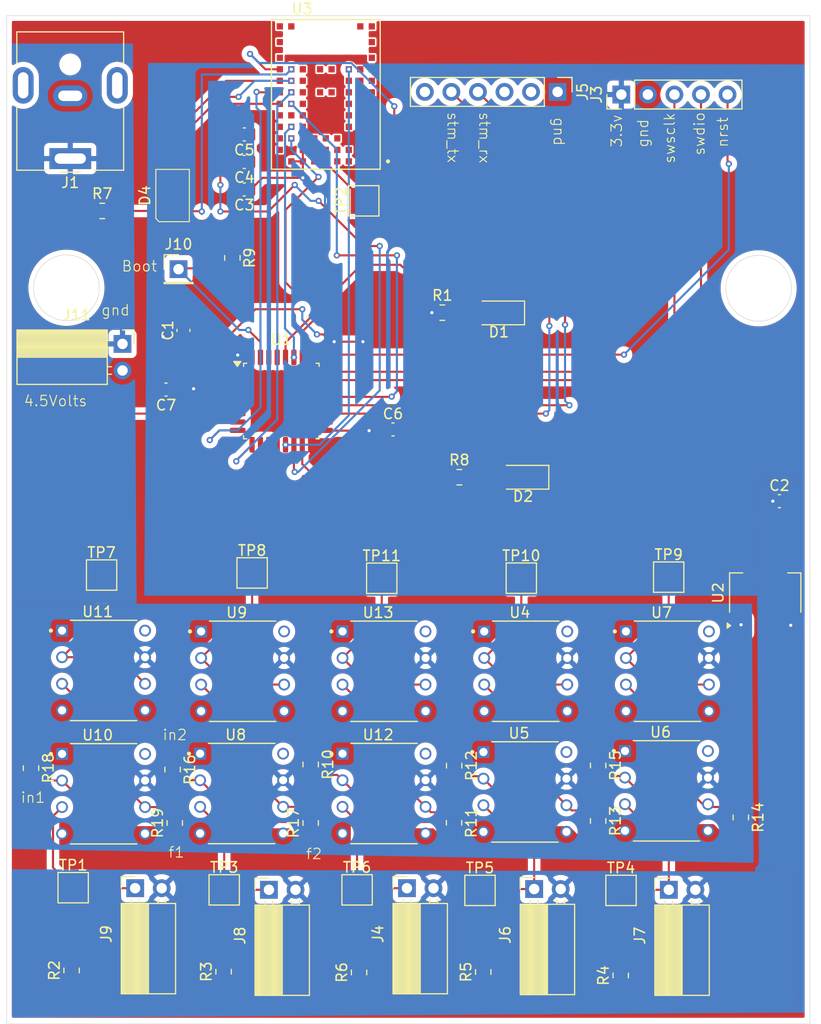
<source format=kicad_pcb>
(kicad_pcb (version 20241229) (generator "pcbnew") (generator_version "9.0")
  (layers (0 "F.Cu" signal) (2 "B.Cu" signal) (13 "F.Paste" user) (15 "B.Paste" user) (5 "F.SilkS" user "F.Silkscreen") (7 "B.SilkS" user "B.Silkscreen") (1 "F.Mask" user) (3 "B.Mask" user) (25 "Edge.Cuts" user))
  (net 0 "")
  (net 1 "Net-(D1-A)")
  (net 2 "SWSCLK")
  (net 5 "+5V")
  (net 9 "Finger3")
  (net 10 "Switch2")
  (net 12 "Net-(D4-A)")
  (net 13 "BlueLED")
  (net 15 "NRST")
  (net 16 "Finger1")
  (net 17 "Finger5")
  (net 19 "TX")
  (net 20 "Finger2")
  (net 21 "RX")
  (net 22 "SWDIO")
  (net 23 "Finger4")
  (net 26 "gnd")
  (net 32 "RedLED")
  (net 34 "DEBUG_TX")
  (net 39 "GPIO_J9")
  (net 58 "Net-(U1-PA7)")
  (net 59 "Switch1")
  (net 73 "+3.3V")
  (net 81 "debuging_tx")
  (net 88 "debuging_rx")
  (net 89 "Net-(D2-A)")
  (net 90 "Net-(U1-PB1)")
  (net 91 "UART_RTS->BoardCTS")
  (net 92 "UART_CTS->BoardRTS")
  (net 93 "GreenLED")
  (net 94 "BootPin")
  (net 95 "Net-(U4-IN+)")
  (net 96 "Net-(U6-OUT)")
  (net 97 "Net-(U8-OUT)")
  (net 98 "Net-(U10-OUT)")
  (net 99 "Net-(U12-OUT)")
  (net 100 "Sensor1")
  (net 101 "Sensor2")
  (net 102 "Sensor3")
  (net 103 "Sensor4")
  (net 104 "Sensor5")
  (net 105 "Net-(U12-IN-)")
  (net 106 "Net-(U5-IN-)")
  (net 107 "Net-(U6-IN-)")
  (net 108 "Net-(U8-IN-)")
  (net 109 "Net-(U10-IN-)")
  (footprint "Connector_PinSocket_2.54mm:PinSocket_1x02_P2.54mm_Horizontal" (layer "F.Cu") (at 123.01 131.88 90)
    (property "Reference" "J8")
    (property "Value" "Conn_01x02_Socket")
  )
  (footprint "Connector_PinHeader_2.54mm:PinHeader_1x05_P2.54mm_Vertical" (layer "F.Cu") (at 156.718 55.88 90)
    (property "Reference" "J3")
    (property "Value" "Conn_01x05_Pin")
  )
  (footprint "Connector_PinHeader_2.54mm:PinHeader_1x06_P2.54mm_Vertical" (layer "F.Cu") (at 150.622 55.626 -90)
    (property "Reference" "J5")
    (property "Value" "Conn_01x06_Socket" (hide yes))
  )
  (footprint "Resistor_SMD:R_0805_2012Metric_Pad1.20x1.40mm_HandSolder" (layer "F.Cu") (at 156.66 140.07 90)
    (property "Reference" "R4")
    (property "Value" "R")
  )
  (footprint "Connector_PinSocket_2.54mm:PinSocket_1x02_P2.54mm_Horizontal" (layer "F.Cu") (at 109 79.71)
    (property "Reference" "J11")
    (property "Value" "Conn_01x02_Socket")
  )
  (footprint "Resistor_SMD:R_0805_2012Metric_Pad1.20x1.40mm_HandSolder" (layer "F.Cu") (at 118.67 139.71 90)
    (property "Reference" "R3")
    (property "Value" "R")
  )
  (footprint "TestPoint:TestPoint_Pad_2.5x2.5mm" (layer "F.Cu") (at 121.4 101.6)
    (property "Reference" "TP8")
    (property "Value" "TestPoint")
  )
  (footprint "TestPoint:TestPoint_Pad_2.5x2.5mm" (layer "F.Cu") (at 143.2 131.94)
    (property "Reference" "TP5")
    (property "Value" "TestPoint")
  )
  (footprint "TestPoint:TestPoint_Pad_2.5x2.5mm" (layer "F.Cu") (at 156.69 131.94)
    (property "Reference" "TP4")
    (property "Value" "TestPoint")
  )
  (footprint "Resistor_SMD:R_0805_2012Metric_Pad1.20x1.40mm_HandSolder" (layer "F.Cu") (at 114 125.5 90)
    (property "Reference" "R19")
    (property "Value" "R")
  )
  (footprint "Capacitor_SMD:C_0504_1310Metric_Pad0.83x1.28mm_HandSolder" (layer "F.Cu") (at 120.65 59.69 180)
    (property "Reference" "C5")
    (property "Value" ".1u")
  )
  (footprint "Package_QFP:LQFP-32_7x7mm_P0.8mm" (layer "F.Cu") (at 124.1966 85.1724)
    (property "Reference" "U1")
    (property "Value" "STM32L031K6Tx")
  )
  (footprint "Connector_PinHeader_2.54mm:PinHeader_1x01_P2.54mm_Vertical" (layer "F.Cu") (at 114.36 72.57)
    (property "Reference" "J10")
    (property "Value" "Conn_01x01_Pin")
  )
  (footprint "Connector_PinSocket_2.54mm:PinSocket_1x02_P2.54mm_Horizontal" (layer "F.Cu") (at 110.21 131.73 90)
    (property "Reference" "J9")
    (property "Value" "Conn_01x02_Socket")
  )
  (footprint "Resistor_SMD:R_0805_2012Metric_Pad1.20x1.40mm_HandSolder" (layer "F.Cu") (at 139.5947 76.7246)
    (property "Reference" "R1")
    (property "Value" "270")
  )
  (footprint "Resistor_SMD:R_0805_2012Metric_Pad1.20x1.40mm_HandSolder" (layer "F.Cu") (at 104.13 139.59 90)
    (property "Reference" "R2")
    (property "Value" "R")
  )
  (footprint "TestPoint:TestPoint_Pad_2.5x2.5mm" (layer "F.Cu") (at 132.08 66.04 90)
    (property "Reference" "TP2")
    (property "Value" "TestPoint")
  )
  (footprint "TestPoint:TestPoint_Pad_2.5x2.5mm" (layer "F.Cu") (at 131.44 131.89)
    (property "Reference" "TP6")
    (property "Value" "TestPoint")
  )
  (footprint "Resistor_SMD:R_0805_2012Metric_Pad1.20x1.40mm_HandSolder" (layer "F.Cu") (at 100.25 120.25 -90)
    (property "Reference" "R18")
    (property "Value" "R")
  )
  (footprint "TL071CP:DIP794W45P254L959H508Q8" (layer "F.Cu") (at 161.13 110.998)
    (property "Reference" "U7")
    (property "Value" "TL071CP")
  )
  (footprint "LED_SMD:LED_Avago_PLCC4_3.2x2.8mm_CW" (layer "F.Cu") (at 113.792 65.532 90)
    (property "Reference" "D4")
    (property "Value" "ASMB-MTB0-0A3A2")
  )
  (footprint "TestPoint:TestPoint_Pad_2.5x2.5mm" (layer "F.Cu") (at 161.25 102)
    (property "Reference" "TP9")
    (property "Value" "TestPoint")
  )
  (footprint "Resistor_SMD:R_0805_2012Metric_Pad1.20x1.40mm_HandSolder" (layer "F.Cu") (at 113.792 120.396 -90)
    (property "Reference" "R16")
    (property "Value" "R")
  )
  (footprint "TL071CP:DIP794W45P254L959H508Q8" (layer "F.Cu") (at 120.49 110.998)
    (property "Reference" "U9")
    (property "Value" "TL071CP")
  )
  (footprint "Capacitor_SMD:C_0504_1310Metric_Pad0.83x1.28mm_HandSolder" (layer "F.Cu") (at 113.1645 84.074 180)
    (property "Reference" "C7")
    (property "Value" ".1u")
  )
  (footprint "TL071CP:DIP794W45P254L959H508Q8" (layer "F.Cu") (at 161.036 122.428)
    (property "Reference" "U6")
    (property "Value" "TL071CP")
  )
  (footprint "Resistor_SMD:R_0805_2012Metric_Pad1.20x1.40mm_HandSolder" (layer "F.Cu") (at 154.5 120 -90)
    (property "Reference" "R15")
    (property "Value" "R")
  )
  (footprint "Connector_PinSocket_2.54mm:PinSocket_1x02_P2.54mm_Horizontal" (layer "F.Cu") (at 136.21 131.73 90)
    (property "Reference" "J4")
    (property "Value" "Conn_01x02_Socket")
  )
  (footprint "Resistor_SMD:R_0805_2012Metric_Pad1.20x1.40mm_HandSolder" (layer "F.Cu") (at 140.716 125.476 -90)
    (property "Reference" "R11")
    (property "Value" "R")
  )
  (footprint "LED_SMD:LED_1206_3216Metric_Pad1.42x1.75mm_HandSolder" (layer "F.Cu") (at 147.32 92.456 180)
    (property "Reference" "D2")
    (property "Value" "LED")
  )
  (footprint "Capacitor_SMD:C_0504_1310Metric_Pad0.83x1.28mm_HandSolder" (layer "F.Cu") (at 120.65 62.32 180)
    (property "Reference" "C4")
    (property "Value" ".1u")
  )
  (footprint "Resistor_SMD:R_0805_2012Metric_Pad1.20x1.40mm_HandSolder" (layer "F.Cu") (at 107.061 67.0052)
    (property "Reference" "R7")
    (property "Value" "R")
  )
  (footprint "NORA-W106-00B:XCVR_NORA-W106-00B" (layer "F.Cu") (at 128.45 55.867)
    (property "Reference" "U3")
    (property "Value" "NORA-W106-00B")
  )
  (footprint "Resistor_SMD:R_0805_2012Metric_Pad1.20x1.40mm_HandSolder" (layer "F.Cu") (at 127 125.5 90)
    (property "Reference" "R17")
    (property "Value" "R")
  )
  (footprint "TestPoint:TestPoint_Pad_2.5x2.5mm" (layer "F.Cu") (at 133.8 102.108)
    (property "Reference" "TP11")
    (property "Value" "TestPoint")
  )
  (footprint "TL071CP:DIP794W45P254L959H508Q8" (layer "F.Cu") (at 107.188 110.9218)
    (property "Reference" "U11")
    (property "Value" "TL071CP")
  )
  (footprint "Resistor_SMD:R_0805_2012Metric_Pad1.20x1.40mm_HandSolder" (layer "F.Cu") (at 141.224 92.456)
    (property "Reference" "R8")
    (property "Value" "270")
  )
  (footprint "TestPoint:TestPoint_Pad_2.5x2.5mm" (layer "F.Cu") (at 118.73 131.89)
    (property "Reference" "TP3")
    (property "Value" "TestPoint")
  )
  (footprint "Resistor_SMD:R_0805_2012Metric_Pad1.20x1.40mm_HandSolder" (layer "F.Cu") (at 119.51 71.49 -90)
    (property "Reference" "R9")
    (property "Value" "R")
  )
  (footprint "Connector_BarrelJack:BarrelJack_CUI_PJ-063AH_Horizontal" (layer "F.Cu") (at 104 62 180)
    (property "Reference" "J1")
    (property "Value" "Barrel_Jack")
  )
  (footprint "TL071CP:DIP794W45P254L959H508Q8" (layer "F.Cu") (at 107.188 122.7074)
    (property "Reference" "U10")
    (property "Value" "TL071CP")
  )
  (footprint "Package_TO_SOT_SMD:SOT-223-3_TabPin2" (layer "F.Cu") (at 170.4848 103.505 90)
    (property "Reference" "U2")
    (property "Value" "TC1262-33")
  )
  (footprint "Resistor_SMD:R_0805_2012Metric_Pad1.20x1.40mm_HandSolder" (layer "F.Cu") (at 127 119.904 -90)
    (property "Reference" "R10")
    (property "Value" "R")
  )
  (footprint "TL071CP:DIP794W45P254L959H508Q8" (layer "F.Cu") (at 147.574 110.998)
    (property "Reference" "U4")
    (property "Value" "TL071CP")
  )
  (footprint "TestPoint:TestPoint_Pad_2.5x2.5mm" (layer "F.Cu") (at 104.28 131.68)
    (property "Reference" "TP1")
    (property "Value" "TestPoint")
  )
  (footprint "TestPoint:TestPoint_Pad_2.5x2.5mm" (layer "F.Cu") (at 147.15 102.1)
    (property "Reference" "TP10")
    (property "Value" "TestPoint")
  )
  (footprint "Resistor_SMD:R_0805_2012Metric_Pad1.20x1.40mm_HandSolder" (layer "F.Cu") (at 143.51 139.74 90)
    (property "Reference" "R5")
    (property "Value" "R")
  )
  (footprint "Resistor_SMD:R_0805_2012Metric_Pad1.20x1.40mm_HandSolder" (layer "F.Cu") (at 168.148 124.968 -90)
    (property "Reference" "R14")
    (property "Value" "R")
  )
  (footprint "TL071CP:DIP794W45P254L959H508Q8" (layer "F.Cu") (at 120.396 122.682)
    (property "Reference" "U8")
    (property "Value" "TL071CP")
  )
  (footprint "Capacitor_SMD:C_0504_1310Metric_Pad0.83x1.28mm_HandSolder" (layer "F.Cu") (at 120.65 64.95 180)
    (property "Reference" "C3")
    (property "Value" ".1u")
  )
  (footprint "LED_SMD:LED_1206_3216Metric_Pad1.42x1.75mm_HandSolder" (layer "F.Cu") (at 145 76.75 180)
    (property "Reference" "D1")
    (property "Value" "LED")
  )
  (footprint "Resistor_SMD:R_0805_2012Metric_Pad1.20x1.40mm_HandSolder" (layer "F.Cu") (at 140.725 120.025 -90)
    (property "Reference" "R12")
    (property "Value" "R")
  )
  (footprint "Connector_PinSocket_2.54mm:PinSocket_1x02_P2.54mm_Horizontal" (layer "F.Cu") (at 161.26 131.88 90)
    (property "Reference" "J7")
    (property "Value" "Conn_01x02_Socket")
  )
  (footprint "TestPoint:TestPoint_Pad_2.5x2.5mm" (layer "F.Cu") (at 107 101.8)
    (property "Reference" "TP7")
    (property "Value" "TestPoint")
  )
  (footprint "Capacitor_SMD:C_0504_1310Metric_Pad0.83x1.28mm_HandSolder" (layer "F.Cu") (at 171.8385 94.742)
    (property "Reference" "C2")
    (property "Value" "1")
  )
  (footprint "Resistor_SMD:R_0805_2012Metric_Pad1.20x1.40mm_HandSolder" (layer "F.Cu") (at 131.63 139.78 90)
    (property "Reference" "R6")
    (property "Value" "R")
  )
  (footprint "TL071CP:DIP794W45P254L959H508Q8" (layer "F.Cu") (at 134.018 122.682)
    (property "Reference" "U12")
    (property "Value" "TL071CP")
  )
  (footprint "TL071CP:DIP794W45P254L959H508Q8" (layer "F.Cu") (at 134.018 110.998)
    (property "Reference" "U13")
    (property "Value" "TL071CP")
  )
  (footprint "Connector_PinSocket_2.54mm:PinSocket_1x02_P2.54mm_Horizontal" (layer "F.Cu") (at 148.38 131.81 90)
    (property "Reference" "J6")
    (property "Value" "Conn_01x02_Socket")
  )
  (footprint "Capacitor_SMD:C_0504_1310Metric_Pad0.83x1.28mm_HandSolder" (layer "F.Cu") (at 114.83 78.42 90)
    (property "Reference" "C1")
    (property "Value" ".1u")
  )
  (footprint "TL071CP:DIP794W45P254L959H508Q8" (layer "F.Cu") (at 147.4978 122.5296)
    (property "Reference" "U5")
    (property "Value" "TL071CP")
  )
  (footprint "Resistor_SMD:R_0805_2012Metric_Pad1.20x1.40mm_HandSolder" (layer "F.Cu") (at 154.5 125.3 -90)
    (property "Reference" "R13")
    (property "Value" "R")
  )
  (footprint "Capacitor_SMD:C_0504_1310Metric_Pad0.83x1.28mm_HandSolder" (layer "F.Cu") (at 134.874 87.884)
    (property "Reference" "C6")
    (property "Value" ".1u")
  )
  (gr_circle (center 169.8498 74.3966) (end 172.7898 75.5066) (stroke (width 0.05)) (fill no) (layer "Edge.Cuts"))
  (gr_rect (start 97.9178 48.3399) (end 174.752 144.7001) (stroke (width 0.05)) (fill no) (layer "Edge.Cuts"))
  (gr_circle (center 103.639037 74.3458) (end 106.579037 75.4558) (stroke (width 0.05)) (fill no) (layer "Edge.Cuts"))
  (gr_text "in2\n" (at 112.776 117.6624 0) (layer "F.SilkS") (effects (font (size 1 1) (thickness 0.1)) (justify left bottom)))
  (gr_text "stm_tx\n" (at 140 57.5 270) (layer "F.SilkS") (effects (font (size 1 1) (thickness 0.1)) (justify left bottom)))
  (gr_text "swdio\n\n" (at 166.381 61.762 90) (layer "F.SilkS") (effects (font (size 1 1) (thickness 0.1)) (justify left bottom)))
  (gr_text "gnd\n" (at 159.38 61 90) (layer "F.SilkS") (effects (font (size 1 1) (thickness 0.1)) (justify left bottom)))
  (gr_text "f1" (at 113.33 128.88 0) (layer "F.SilkS") (effects (font (size 1 1) (thickness 0.1)) (justify left bottom)))
  (gr_text "4.5Volts\n" (at 99.5 85.75 0) (layer "F.SilkS") (effects (font (size 1 1) (thickness 0.1)) (justify left bottom)))
  (gr_text "3.3v\n" (at 156.856 61 90) (layer "F.SilkS") (effects (font (size 1 1) (thickness 0.1)) (justify left bottom)))
  (gr_text "swsclk\n" (at 161.92 62.528 90) (layer "F.SilkS") (effects (font (size 1 1) (thickness 0.1)) (justify left bottom)))
  (gr_text "f2\n" (at 126.492 129.032 0) (layer "F.SilkS") (effects (font (size 1 1) (thickness 0.1)) (justify left bottom)))
  (gr_text "Boot\n" (at 108.86 72.87 0) (layer "F.SilkS") (effects (font (size 1 1) (thickness 0.1)) (justify left bottom)))
  (gr_text "gnd\n" (at 150.16 58 270) (layer "F.SilkS") (effects (font (size 1 1) (thickness 0.1)) (justify left bottom)))
  (gr_text "gnd\n" (at 106.91 77.07 0) (layer "F.SilkS") (effects (font (size 1 1) (thickness 0.1)) (justify left bottom)))
  (gr_text "in1\n" (at 99.21 123.65 0) (layer "F.SilkS") (effects (font (size 1 1) (thickness 0.1)) (justify left bottom)))
  (gr_text "nrst\n" (at 167 61 90) (layer "F.SilkS") (effects (font (size 1 1) (thickness 0.1)) (justify left bottom)))
  (gr_text "stm_rx\n" (at 143.048 57.5 270) (layer "F.SilkS") (effects (font (size 1 1) (thickness 0.1)) (justify left bottom)))
  (segment (start 143.4871 76.7246) (end 143.5125 76.75) (width 0.2) (layer "F.Cu") (net 1))
  (segment (start 140.5947 76.7246) (end 143.4871 76.7246) (width 0.2) (layer "F.Cu") (net 1))
  (segment (start 158.1276 82.3724) (end 128.3716 82.3724) (width 0.2) (layer "F.Cu") (net 2))
  (segment (start 161.798 55.88) (end 161.798 78.702) (width 0.2) (layer "F.Cu") (net 2))
  (segment (start 161.5 79) (end 158.1276 82.3724) (width 0.2) (layer "F.Cu") (net 2))
  (segment (start 161.798 78.702) (end 161.5 79) (width 0.2) (layer "F.Cu") (net 2))
  (via (at 168.1734 106.553) (size 1) (drill 0.3) (layers "F.Cu" "B.Cu") (net 5))
  (segment (start 132.588 112.268) (end 137.988 112.268) (width 0.2) (layer "F.Cu") (net 9))
  (segment (start 130.048 109.728) (end 132.588 112.268) (width 0.2) (layer "F.Cu") (net 9))
  (segment (start 128.358 102.108) (end 122.1966 95.9466) (width 0.2) (layer "F.Cu") (net 9))
  (segment (start 133.8 102.108) (end 128.358 102.108) (width 0.2) (layer "F.Cu") (net 9))
  (segment (start 122.1966 95.9466) (end 122.1966 89.3474) (width 0.2) (layer "F.Cu") (net 9))
  (segment (start 133.8 105.976) (end 133.8 102.108) (width 0.2) (layer "F.Cu") (net 9))
  (segment (start 130.048 109.728) (end 133.8 105.976) (width 0.2) (layer "F.Cu") (net 9))
  (segment (start 124.5966 80.9974) (end 124.5966 79.569086) (width 0.2) (layer "F.Cu") (net 10))
  (segment (start 125.747185 74.3815) (end 125.147186 74.3815) (width 0.2) (layer "F.Cu") (net 10))
  (segment (start 125.147186 74.3815) (end 124.5966 73.830914) (width 0.2) (layer "F.Cu") (net 10))
  (segment (start 124.5966 80.9974) (end 124.6124 80.9816) (width 0.2) (layer "F.Cu") (net 10))
  (segment (start 124.5966 66.9034) (end 127.75 63.75) (width 0.2) (layer "F.Cu") (net 10))
  (segment (start 124.5966 79.569086) (end 127.2 76.965686) (width 0.2) (layer "F.Cu") (net 10))
  (segment (start 124.5966 73.830914) (end 124.5966 66.9034) (width 0.2) (layer "F.Cu") (net 10))
  (segment (start 127.2 76.965686) (end 127.2 75.834314) (width 0.2) (layer "F.Cu") (net 10))
  (segment (start 127.2 75.834314) (end 125.747185 74.3815) (width 0.2) (layer "F.Cu") (net 10))
  (via (at 125.15 60.067) (size 0.6) (drill 0.3) (layers "F.Cu" "B.Cu") (net 10))
  (via (at 127.75 63.75) (size 0.6) (drill 0.3) (layers "F.Cu" "B.Cu") (net 10))
  (segment (start 127.75 63.75) (end 125.15 61.15) (width 0.2) (layer "B.Cu") (net 10))
  (segment (start 125.15 61.15) (end 125.15 60.067) (width 0.2) (layer "B.Cu") (net 10))
  (segment (start 108.061 67.0052) (end 113.0152 67.0052) (width 0.2) (layer "F.Cu") (net 12))
  (segment (start 113.0152 67.0052) (end 113.042 67.032) (width 0.2) (layer "F.Cu") (net 12))
  (segment (start 113.042 60.464) (end 113.042 64.032) (width 0.2) (layer "F.Cu") (net 13))
  (segment (start 118.915 54.567) (end 113.03 60.452) (width 0.2) (layer "F.Cu") (net 13))
  (segment (start 113.03 60.452) (end 113.042 60.464) (width 0.2) (layer "F.Cu") (net 13))
  (segment (start 124.05 54.567) (end 118.915 54.567) (width 0.2) (layer "F.Cu") (net 13))
  (segment (start 166.878 55.88) (end 166.878 62.378) (width 0.2) (layer "F.Cu") (net 15))
  (segment (start 127.6 78.8) (end 127.4 78.8) (width 0.2) (layer "F.Cu") (net 15))
  (segment (start 115.824 82.296) (end 118.3004 84.7724) (width 0.2) (layer "F.Cu") (net 15))
  (segment (start 128.649482 80.7386) (end 128.649482 79.249482) (width 0.2) (layer "F.Cu") (net 15))
  (segment (start 121.72 76.4) (end 115.824 82.296) (width 0.2) (layer "F.Cu") (net 15))
  (segment (start 126.2 76.4) (end 121.72 76.4) (width 0.2) (layer "F.Cu") (net 15))
  (segment (start 128.649482 79.249482) (end 128.2 78.8) (width 0.2) (layer "F.Cu") (net 15))
  (segment (start 118.3004 84.7724) (end 120.0216 84.7724) (width 0.2) (layer "F.Cu") (net 15))
  (segment (start 166.878 62.378) (end 167 62.5) (width 0.2) (layer "F.Cu") (net 15))
  (segment (start 128.2 78.8) (end 127.6 78.8) (width 0.2) (layer "F.Cu") (net 15))
  (segment (start 128.649482 80.7386) (end 156.972 80.7386) (width 0.2) (layer "F.Cu") (net 15))
  (via (at 127.6 78.8) (size 0.6) (drill 0.3) (layers "F.Cu" "B.Cu") (net 15))
  (via (at 156.972 80.7386) (size 0.6) (drill 0.3) (layers "F.Cu" "B.Cu") (net 15))
  (via (at 167 62.5) (size 0.6) (drill 0.3) (layers "F.Cu" "B.Cu") (net 15))
  (via (at 126.2 76.4) (size 0.6) (drill 0.3) (layers "F.Cu" "B.Cu") (net 15))
  (segment (start 167 70.7106) (end 167 62.5) (width 0.2) (layer "B.Cu") (net 15))
  (segment (start 156.972 80.7386) (end 167 70.7106) (width 0.2) (layer "B.Cu") (net 15))
  (segment (start 126.2 76.4) (end 126.2 77.4) (width 0.2) (layer "B.Cu") (net 15))
  (segment (start 126.2 77.4) (end 127.6 78.8) (width 0.2) (layer "B.Cu") (net 15))
  (segment (start 107 105.8698) (end 107 101.8) (width 0.2) (layer "F.Cu") (net 16))
  (segment (start 108.4776 86.3724) (end 120.0216 86.3724) (width 0.2) (layer "F.Cu") (net 16))
  (segment (start 107 87.85) (end 107 101.8) (width 0.2) (layer "F.Cu") (net 16))
  (segment (start 108.618 109.6518) (end 103.218 109.6518) (width 0.2) (layer "F.Cu") (net 16))
  (segment (start 108.4776 86.3724) (end 107 87.85) (width 0.2) (layer "F.Cu") (net 16))
  (segment (start 103.218 109.6518) (end 107 105.8698) (width 0.2) (layer "F.Cu") (net 16))
  (segment (start 111.158 112.1918) (end 108.618 109.6518) (width 0.2) (layer "F.Cu") (net 16))
  (segment (start 159.7 112.268) (end 165.1 112.268) (width 0.2) (layer "F.Cu") (net 17))
  (segment (start 157.16 109.728) (end 161.25 105.638) (width 0.2) (layer "F.Cu") (net 17))
  (segment (start 161.25 105.638) (end 161.25 102) (width 0.2) (layer "F.Cu") (net 17))
  (segment (start 157.16 109.728) (end 159.7 112.268) (width 0.2) (layer "F.Cu") (net 17))
  (segment (start 161.25 102) (end 154.7473 95.4973) (width 0.2) (layer "F.Cu") (net 17))
  (segment (start 154.7473 95.4973) (end 127.3527 95.4973) (width 0.2) (layer "F.Cu") (net 17))
  (segment (start 123.7966 91.9412) (end 123.7966 89.3474) (width 0.2) (layer "F.Cu") (net 17))
  (segment (start 127.3527 95.4973) (end 123.7966 91.9412) (width 0.2) (layer "F.Cu") (net 17))
  (segment (start 119.888 90.932) (end 119.888 90.856) (width 0.2) (layer "F.Cu") (net 19))
  (segment (start 119.888 90.856) (end 121.3966 89.3474) (width 0.2) (layer "F.Cu") (net 19))
  (via (at 119.888 90.932) (size 0.6) (drill 0.3) (layers "F.Cu" "B.Cu") (net 19))
  (via (at 125.15 55.667) (size 0.6) (drill 0.3) (layers "F.Cu" "B.Cu") (net 19))
  (segment (start 119.888 90.856) (end 119.888 90.932) (width 0.2) (layer "B.Cu") (net 19))
  (segment (start 123.8095 86.9345) (end 121.3966 89.3474) (width 0.2) (layer "B.Cu") (net 19))
  (segment (start 125.15 55.667) (end 123.8095 57.0075) (width 0.2) (layer "B.Cu") (net 19))
  (segment (start 121.3966 89.3474) (end 119.888 90.856) (width 0.2) (layer "B.Cu") (net 19))
  (segment (start 123.8095 57.0075) (end 123.8095 86.9345) (width 0.2) (layer "B.Cu") (net 19))
  (segment (start 116.52 109.728) (end 119.06 112.268) (width 0.2) (layer "F.Cu") (net 20))
  (segment (start 115.4 89) (end 115.4 95.6) (width 0.2) (layer "F.Cu") (net 20))
  (segment (start 116.52 109.728) (end 121.4 104.848) (width 0.2) (layer "F.Cu") (net 20))
  (segment (start 120.0216 87.1724) (end 117.2276 87.1724) (width 0.2) (layer "F.Cu") (net 20))
  (segment (start 117.2276 87.1724) (end 115.4 89) (width 0.2) (layer "F.Cu") (net 20))
  (segment (start 115.4 95.6) (end 121.4 101.6) (width 0.2) (layer "F.Cu") (net 20))
  (segment (start 119.06 112.268) (end 124.46 112.268) (width 0.2) (layer "F.Cu") (net 20))
  (segment (start 121.4 104.848) (end 121.4 101.6) (width 0.2) (layer "F.Cu") (net 20))
  (segment (start 121.857 55.667) (end 121.82 55.63) (width 0.2) (layer "F.Cu") (net 21))
  (segment (start 117.348 88.9) (end 118.2756 87.9724) (width 0.2) (layer "F.Cu") (net 21))
  (segment (start 124.05 55.667) (end 121.857 55.667) (width 0.2) (layer "F.Cu") (net 21))
  (segment (start 121.82 55.63) (end 121.77 55.58) (width 0.2) (layer "F.Cu") (net 21))
  (segment (start 118.2756 87.9724) (end 120.0216 87.9724) (width 0.2) (layer "F.Cu") (net 21))
  (via (at 117.348 88.9) (size 0.6) (drill 0.3) (layers "F.Cu" "B.Cu") (net 21))
  (via (at 121.82 55.63) (size 0.6) (drill 0.3) (layers "F.Cu" "B.Cu") (net 21))
  (segment (start 118.2756 87.9724) (end 117.348 88.9) (width 0.2) (layer "B.Cu") (net 21))
  (segment (start 121.82 55.63) (end 121.82 57.1438) (width 0.2) (layer "B.Cu") (net 21))
  (segment (start 121.82 57.1438) (end 122.1966 57.5204) (width 0.2) (layer "B.Cu") (net 21))
  (segment (start 120.0216 87.9724) (end 118.2756 87.9724) (width 0.2) (layer "B.Cu") (net 21))
  (segment (start 122.1966 85.7974) (end 120.0216 87.9724) (width 0.2) (layer "B.Cu") (net 21))
  (segment (start 122.1966 57.5204) (end 122.1966 85.7974) (width 0.2) (layer "B.Cu") (net 21))
  (segment (start 128.3716 83.1724) (end 163.5 83.1724) (width 0.2) (layer "F.Cu") (net 22))
  (segment (start 164.338 55.88) (end 164.338 82.3344) (width 0.2) (layer "F.Cu") (net 22))
  (segment (start 164.338 82.3344) (end 163.5 83.1724) (width 0.2) (layer "F.Cu") (net 22))
  (segment (start 143.604 109.728) (end 147.15 106.182) (width 0.2) (layer "F.Cu") (net 23))
  (segment (start 122.9966 95.3466) (end 124.9 97.25) (width 0.2) (layer "F.Cu") (net 23))
  (segment (start 122.9966 89.3474) (end 122.9966 95.3466) (width 0.2) (layer "F.Cu") (net 23))
  (segment (start 140.5 102.1) (end 147.15 102.1) (width 0.2) (layer "F.Cu") (net 23))
  (segment (start 124.9 97.25) (end 135.65 97.25) (width 0.2) (layer "F.Cu") (net 23))
  (segment (start 147.15 106.182) (end 147.15 102.1) (width 0.2) (layer "F.Cu") (net 23))
  (segment (start 135.65 97.25) (end 140.5 102.1) (width 0.2) (layer "F.Cu") (net 23))
  (segment (start 143.604 109.728) (end 146.144 112.268) (width 0.2) (layer "F.Cu") (net 23))
  (segment (start 146.144 112.268) (end 151.544 112.268) (width 0.2) (layer "F.Cu") (net 23))
  (segment (start 120 64.75) (end 120 62.2525) (width 0.2) (layer "F.Cu") (net 26))
  (segment (start 120 62.2525) (end 120.0225 62.23) (width 0.2) (layer "F.Cu") (net 26))
  (segment (start 126.352 52.367) (end 125.15 52.367) (width 0.2) (layer "F.Cu") (net 26))
  (segment (start 120.0225 62.23) (end 120.0225 59.8) (width 0.2) (layer "F.Cu") (net 26))
  (segment (start 120.0225 59.8) (end 120.0225 59.7775) (width 0.2) (layer "F.Cu") (net 26))
  (segment (start 125.1818 52.367) (end 125.15 52.367) (width 0.2) (layer "F.Cu") (net 26))
  (segment (start 120.0225 59.7775) (end 119.995 59.75) (width 0.2) (layer "F.Cu") (net 26))
  (segment (start 116.562 67.032) (end 114.542 67.032) (width 0.2) (layer "F.Cu") (net 32))
  (segment (start 116.586 67.056) (end 116.562 67.032) (width 0.2) (layer "F.Cu") (net 32))
  (via (at 116.586 67.056) (size 0.6) (drill 0.3) (layers "F.Cu" "B.Cu") (net 32))
  (via (at 125.15 53.467) (size 0.6) (drill 0.3) (layers "F.Cu" "B.Cu") (net 32))
  (segment (start 124.6554 53.9616) (end 125.15 53.467) (width 0.2) (layer "B.Cu") (net 32))
  (segment (start 116.586 53.9616) (end 116.586 67.056) (width 0.2) (layer "B.Cu") (net 32))
  (segment (start 116.586 67.056) (end 116.586 67.31) (width 0.2) (layer "B.Cu") (net 32))
  (segment (start 116.586 53.9616) (end 124.6554 53.9616) (width 0.2) (layer "B.Cu") (net 32))
  (segment (start 128.45 62.41) (end 132.08 66.04) (width 0.2) (layer "F.Cu") (net 34))
  (segment (start 128.45 62.267) (end 128.45 62.41) (width 0.2) (layer "F.Cu") (net 34))
  (segment (start 126.1966 80.9974) (end 126.1966 78.534772) (width 0.2) (layer "F.Cu") (net 39))
  (segment (start 136.65 71.915686) (end 136.65 71.084314) (width 0.2) (layer "F.Cu") (net 39))
  (segment (start 124.05 53.467) (end 122.667 53.467) (width 0.2) (layer "F.Cu") (net 39))
  (segment (start 122.667 53.467) (end 121.2 52) (width 0.2) (layer "F.Cu") (net 39))
  (segment (start 126.1966 78.534772) (end 127.6 77.131371) (width 0.2) (layer "F.Cu") (net 39))
  (segment (start 135.584314 72.15) (end 135.834314 72.4) (width 0.2) (layer "F.Cu") (net 39))
  (segment (start 127.6 76.4) (end 131.85 72.15) (width 0.2) (layer "F.Cu") (net 39))
  (segment (start 136.165686 72.4) (end 136.65 71.915686) (width 0.2) (layer "F.Cu") (net 39))
  (segment (start 136.65 71.084314) (end 135 69.434314) (width 0.2) (layer "F.Cu") (net 39))
  (segment (start 131.85 72.15) (end 135.584314 72.15) (width 0.2) (layer "F.Cu") (net 39))
  (segment (start 127.6 77.131371) (end 127.6 76.4) (width 0.2) (layer "F.Cu") (net 39))
  (segment (start 135.834314 72.4) (end 136.165686 72.4) (width 0.2) (layer "F.Cu") (net 39))
  (segment (start 135 69.434314) (end 135 57) (width 0.2) (layer "F.Cu") (net 39))
  (via (at 121.2 52) (size 0.6) (drill 0.3) (layers "F.Cu" "B.Cu") (net 39))
  (via (at 135 57) (size 0.6) (drill 0.3) (layers "F.Cu" "B.Cu") (net 39))
  (segment (start 127.384 52.866) (end 122.066 52.866) (width 0.2) (layer "B.Cu") (net 39))
  (segment (start 135 57) (end 135 56.967057) (width 0.2) (layer "B.Cu") (net 39))
  (segment (start 122.066 52.866) (end 121.2 52) (width 0.2) (layer "B.Cu") (net 39))
  (segment (start 135 56.967057) (end 130.898943 52.866) (width 0.2) (layer "B.Cu") (net 39))
  (segment (start 130.898943 52.866) (end 127.384 52.866) (width 0.2) (layer "B.Cu") (net 39))
  (via (at 124.5966 89.3474) (size 0.6) (drill 0.3) (layers "F.Cu" "B.Cu") (net 58))
  (via (at 130.65 53.467) (size 0.6) (drill 0.3) (layers "F.Cu" "B.Cu") (net 58))
  (segment (start 127.846543 89.3474) (end 130.65 86.543943) (width 0.2) (layer "B.Cu") (net 58))
  (segment (start 124.5966 89.3474) (end 127.846543 89.3474) (width 0.2) (layer "B.Cu") (net 58))
  (segment (start 130.65 53.467) (end 130.65 86.543943) (width 0.2) (layer "B.Cu") (net 58))
  (via (at 125.15 58.967) (size 0.6) (drill 0.3) (layers "F.Cu" "B.Cu") (net 59))
  (via (at 125.3966 80.9974) (size 0.6) (drill 0.3) (layers "F.Cu" "B.Cu") (net 59))
  (segment (start 124.549 59.568) (end 124.549 78.25) (width 0.2) (layer "B.Cu") (net 59))
  (segment (start 125.3966 79.0976) (end 124.549 78.25) (width 0.2) (layer "B.Cu") (net 59))
  (segment (start 125.15 58.967) (end 124.549 59.568) (width 0.2) (layer "B.Cu") (net 59))
  (segment (start 125.3966 80.9974) (end 125.3966 79.0976) (width 0.2) (layer "B.Cu") (net 59))
  (segment (start 128.3992 88) (end 128.3716 87.9724) (width 0.2) (layer "F.Cu") (net 73))
  (segment (start 125.15 62.267) (end 126.25 62.267) (width 0.2) (layer "F.Cu") (net 73))
  (segment (start 115.496 84) (end 115.422 84.074) (width 0.2) (layer "F.Cu") (net 73))
  (segment (start 132.588 88) (end 134.1305 88) (width 0.2) (layer "F.Cu") (net 73))
  (segment (start 129.25 79.5) (end 132 79.5) (width 0.2) (layer "F.Cu") (net 73))
  (segment (start 117.3724 85.5724) (end 115.8 84) (width 0.2) (layer "F.Cu") (net 73))
  (segment (start 121.25 59.75) (end 121.25 64.745) (width 0.2) (layer "F.Cu") (net 73))
  (segment (start 120.0216 80.7766) (end 120.0216 82.3724) (width 0.2) (layer "F.Cu") (net 73))
  (segment (start 114.837 79.08) (end 112.93 79.08) (width 0.2) (layer "F.Cu") (net 73))
  (segment (start 120.0216 85.5724) (end 120 85.5724) (width 0.2) (layer "F.Cu") (net 73))
  (segment (start 132.588 88) (end 128.3992 88) (width 0.2) (layer "F.Cu") (net 73))
  (segment (start 115.422 84.074) (end 113.792 84.074) (width 0.2) (layer "F.Cu") (net 73))
  (segment (start 134.1305 88) (end 134.2465 87.884) (width 0.2) (layer "F.Cu") (net 73))
  (segment (start 126.25 62.267) (end 126.25 63.84) (width 0.2) (layer "F.Cu") (net 73))
  (segment (start 126.25 61.167) (end 126.25 62.267) (width 0.2) (layer "F.Cu") (net 73))
  (segment (start 115.8 84) (end 115.496 84) (width 0.2) (layer "F.Cu") (net 73))
  (segment (start 120.0216 85.5724) (end 117.3724 85.5724) (width 0.2) (layer "F.Cu") (net 73))
  (segment (start 121.25 64.745) (end 121.255 64.75) (width 0.2) (layer "F.Cu") (net 73))
  (segment (start 122.3875 63.84) (end 121.2775 64.95) (width 0.2) (layer "F.Cu") (net 73))
  (segment (start 126.25 63.84) (end 122.3875 63.84) (width 0.2) (layer "F.Cu") (net 73))
  (via (at 138.5947 76.7246) (size 0.6) (drill 0.3) (layers "F.Cu" "B.Cu") (net 73))
  (via (at 132.588 88) (size 0.6) (drill 0.3) (layers "F.Cu" "B.Cu") (net 73))
  (via (at 172.9232 106.6038) (size 1) (drill 0.3) (layers "F.Cu" "B.Cu") (net 73))
  (via (at 126.25 63.84) (size 0.6) (drill 0.3) (layers "F.Cu" "B.Cu") (net 73))
  (via (at 115.8 84) (size 0.6) (drill 0.3) (layers "F.Cu" "B.Cu") (net 73))
  (via (at 129.25 79.5) (size 0.6) (drill 0.3) (layers "F.Cu" "B.Cu") (net 73))
  (via (at 171.211 94.742) (size 0.6) (drill 0.3) (layers "F.Cu" "B.Cu") (net 73))
  (via (at 120.0216 80.7766) (size 0.6) (drill 0.3) (layers "F.Cu" "B.Cu") (net 73))
  (via (at 112.883 79.033) (size 0.6) (drill 0.3) (layers "F.Cu" "B.Cu") (net 73))
  (via (at 132 79.5) (size 0.6) (drill 0.3) (layers "F.Cu" "B.Cu") (net 73))
  (segment (start 126.25 63.84) (end 126.723 63.84) (width 0.2) (layer "B.Cu") (net 73))
  (segment (start 128.3716 87.9724) (end 128.3716 65.4886) (width 0.2) (layer "B.Cu") (net 73))
  (segment (start 126.723 63.84) (end 128.3716 65.4886) (width 0.2) (layer "B.Cu") (net 73))
  (segment (start 128.25 87.8508) (end 128.3716 87.9724) (width 0.2) (layer "B.Cu") (net 73))
  (segment (start 128.3716 85.5724) (end 151.75 85.5724) (width 0.2) (layer "F.Cu") (net 81))
  (segment (start 143.002 55.626) (end 151.3332 63.9572) (width 0.2) (layer "F.Cu") (net 81))
  (segment (start 151.3332 63.9572) (end 151.3332 77.8764) (width 0.2) (layer "F.Cu") (net 81))
  (via (at 151.75 85.5724) (size 0.6) (drill 0.3) (layers "F.Cu" "B.Cu") (net 81))
  (via (at 151.3332 77.8764) (size 0.6) (drill 0.3) (layers "F.Cu" "B.Cu") (net 81))
  (segment (start 151.3332 85.1556) (end 151.75 85.5724) (width 0.2) (layer "B.Cu") (net 81))
  (segment (start 151.3332 77.8764) (end 151.3332 85.1556) (width 0.2) (layer "B.Cu") (net 81))
  (segment (start 140.462 55.626) (end 149.8346 64.9986) (width 0.2) (layer "F.Cu") (net 88))
  (segment (start 128.3716 86.3724) (end 149.5 86.3724) (width 0.2) (layer "F.Cu") (net 88))
  (segment (start 149.8346 78) (end 149.8346 78.0796) (width 0.2) (layer "F.Cu") (net 88))
  (segment (start 149.8346 64.9986) (end 149.8346 78) (width 0.2) (layer "F.Cu") (net 88))
  (via (at 149.8346 78) (size 0.6) (drill 0.3) (layers "F.Cu" "B.Cu") (net 88))
  (via (at 149.5 86.3724) (size 0.6) (drill 0.3) (layers "F.Cu" "B.Cu") (net 88))
  (segment (start 149.8346 78) (end 149.8346 86.0378) (width 0.2) (layer "B.Cu") (net 88))
  (segment (start 149.8346 86.0378) (end 149.5 86.3724) (width 0.2) (layer "B.Cu") (net 88))
  (segment (start 142 92.4) (end 145.9125 92.4) (width 0.2) (layer "F.Cu") (net 89))
  (segment (start 127.4 92.4) (end 140 92.4) (width 0.2) (layer "F.Cu") (net 90))
  (segment (start 126.1966 91.1966) (end 127.4 92.4) (width 0.2) (layer "F.Cu") (net 90))
  (segment (start 126.1966 89.3474) (end 126.1966 91.1966) (width 0.2) (layer "F.Cu") (net 90))
  (segment (start 134.5 84.75) (end 134.4776 84.7724) (width 0.2) (layer "F.Cu") (net 91))
  (segment (start 129.5 71.25) (end 135.25 71.25) (width 0.2) (layer "F.Cu") (net 91))
  (segment (start 134.4776 84.7724) (end 128.3716 84.7724) (width 0.2) (layer "F.Cu") (net 91))
  (segment (start 134.75 84.75) (end 134.5 84.75) (width 0.2) (layer "F.Cu") (net 91))
  (via (at 135.25 71.25) (size 0.6) (drill 0.3) (layers "F.Cu" "B.Cu") (net 91))
  (via (at 129.5 71.25) (size 0.6) (drill 0.3) (layers "F.Cu" "B.Cu") (net 91))
  (via (at 134.75 84.75) (size 0.6) (drill 0.3) (layers "F.Cu" "B.Cu") (net 91))
  (via (at 125.15 56.767) (size 0.6) (drill 0.3) (layers "F.Cu" "B.Cu") (net 91))
  (segment (start 125.15 56.767) (end 129.5 61.117) (width 0.2) (layer "B.Cu") (net 91))
  (segment (start 129.5 61.117) (end 129.5 71.25) (width 0.2) (layer "B.Cu") (net 91))
  (segment (start 135.25 84.25) (end 134.75 84.75) (width 0.2) (layer "B.Cu") (net 91))
  (segment (start 135.25 71.25) (end 135.25 84.25) (width 0.2) (layer "B.Cu") (net 91))
  (segment (start 125.3966 91.8686) (end 125.3966 89.3474) (width 0.2) (layer "F.Cu") (net 92))
  (segment (start 127.762 66.04) (end 132.08 70.358) (width 0.2) (layer "F.Cu") (net 92))
  (segment (start 118.364 64.516) (end 118.364 57.658) (width 0.2) (layer "F.Cu") (net 92))
  (segment (start 132.08 70.358) (end 133.604 70.358) (width 0.2) (layer "F.Cu") (net 92))
  (segment (start 125.476 91.948) (end 125.3966 91.8686) (width 0.2) (layer "F.Cu") (net 92))
  (segment (start 122.936 67.056) (end 118.364 67.056) (width 0.2) (layer "F.Cu") (net 92))
  (segment (start 118.364 64.658182) (end 118.364 64.516) (width 0.2) (layer "F.Cu") (net 92))
  (segment (start 124.101 65.891) (end 122.936 67.056) (width 0.2) (layer "F.Cu") (net 92))
  (segment (start 118.364 57.658) (end 119.255 56.767) (width 0.2) (layer "F.Cu") (net 92))
  (segment (start 119.255 56.767) (end 124.05 56.767) (width 0.2) (layer "F.Cu") (net 92))
  (segment (start 125.476 64.516) (end 124.101 65.891) (width 0.2) (layer "F.Cu") (net 92))
  (via (at 125.476 64.516) (size 0.6) (drill 0.3) (layers "F.Cu" "B.Cu") (net 92))
  (via (at 133.604 70.358) (size 0.6) (drill 0.3) (layers "F.Cu" "B.Cu") (net 92))
  (via (at 127.762 66.04) (size 0.6) (drill 0.3) (layers "F.Cu" "B.Cu") (net 92))
  (via (at 125.476 91.948) (size 0.6) (drill 0.3) (layers "F.Cu" "B.Cu") (net 92))
  (via (at 118.364 64.516) (size 0.6) (drill 0.3) (layers "F.Cu" "B.Cu") (net 92))
  (via (at 118.364 67.056) (size 0.6) (drill 0.3) (layers "F.Cu" "B.Cu") (net 92))
  (segment (start 125.813043 91.948) (end 125.476 91.948) (width 0.2) (layer "B.Cu") (net 92))
  (segment (start 133.604 70.358) (end 133.604 84.157043) (width 0.2) (layer "B.Cu") (net 92))
  (segment (start 127 66.04) (end 127.762 66.04) (width 0.2) (layer "B.Cu") (net 92))
  (segment (start 118.364 64.516) (end 118.364 67.056) (width 0.2) (layer "B.Cu") (net 92))
  (segment (start 133.604 84.157043) (end 125.813043 91.948) (width 0.2) (layer "B.Cu") (net 92))
  (segment (start 127 66.04) (end 125.476 64.516) (width 0.2) (layer "B.Cu") (net 92))
  (segment (start 120.1 56.1) (end 118.398 56.1) (width 0.2) (layer "F.Cu") (net 93))
  (segment (start 114.542 59.956) (end 114.542 64.032) (width 0.2) (layer "F.Cu") (net 93))
  (segment (start 118.398 56.1) (end 114.542 59.956) (width 0.2) (layer "F.Cu") (net 93))
  (segment (start 120.1 56.1) (end 120.2 56) (width 0.2) (layer "F.Cu") (net 93))
  (via (at 125.15 54.567) (size 0.6) (drill 0.3) (layers "F.Cu" "B.Cu") (net 93))
  (via (at 120.1 56.1) (size 0.6) (drill 0.3) (layers "F.Cu" "B.Cu") (net 93))
  (segment (start 125.15 54.567) (end 121.633 54.567) (width 0.2) (layer "B.Cu") (net 93))
  (segment (start 121.633 54.567) (end 120.1 56.1) (width 0.2) (layer "B.Cu") (net 93))
  (segment (start 114.44 72.49) (end 114.36 72.57) (width 0.2) (layer "F.Cu") (net 94))
  (segment (start 122.1966 79.5366) (end 122.1966 80.9974) (width 0.2) (layer "F.Cu") (net 94))
  (segment (start 119.51 72.49) (end 114.44 72.49) (width 0.2) (layer "F.Cu") (net 94))
  (segment (start 121.04 78.38) (end 122.1966 79.5366) (width 0.2) (layer "F.Cu") (net 94))
  (via (at 121.04 78.38) (size 0.6) (drill 0.3) (layers "F.Cu" "B.Cu") (net 94))
  (segment (start 114.36 72.57) (end 120.17 78.38) (width 0.2) (layer "B.Cu") (net 94))
  (segment (start 120.17 78.38) (end 121.04 78.38) (width 0.2) (layer "B.Cu") (net 94))
  (segment (start 151.4678 123.7996) (end 148 120.3318) (width 0.2) (layer "F.Cu") (net 95))
  (segment (start 148 116.664) (end 143.604 112.268) (width 0.2) (layer "F.Cu") (net 95))
  (segment (start 148 120.3318) (end 148 116.664) (width 0.2) (layer "F.Cu") (net 95))
  (segment (start 154.5 124.3) (end 151.9682 124.3) (width 0.2) (layer "F.Cu") (net 95))
  (segment (start 151.9682 124.3) (end 151.4678 123.7996) (width 0.2) (layer "F.Cu") (net 95))
  (segment (start 165.006 124.206) (end 159.512 118.712) (width 0.2) (layer "F.Cu") (net 96))
  (segment (start 159.512 118.712) (end 159.512 114.62) (width 0.2) (layer "F.Cu") (net 96))
  (segment (start 159.512 114.62) (end 157.16 112.268) (width 0.2) (layer "F.Cu") (net 96))
  (segment (start 165.276 123.968) (end 165.006 123.698) (width 0.2) (layer "F.Cu") (net 96))
  (segment (start 168.148 123.968) (end 165.276 123.968) (width 0.2) (layer "F.Cu") (net 96))
  (segment (start 126.452 123.952) (end 127 124.5) (width 0.2) (layer "F.Cu") (net 97))
  (segment (start 124.366 123.952) (end 126.452 123.952) (width 0.2) (layer "F.Cu") (net 97))
  (segment (start 124.366 123.952) (end 120.4 119.986) (width 0.2) (layer "F.Cu") (net 97))
  (segment (start 120.4 116.148) (end 116.52 112.268) (width 0.2) (layer "F.Cu") (net 97))
  (segment (start 120.4 119.986) (end 120.4 116.148) (width 0.2) (layer "F.Cu") (net 97))
  (segment (start 107.4 120.2194) (end 107.4 116.3738) (width 0.2) (layer "F.Cu") (net 98))
  (segment (start 111.158 123.9774) (end 107.4 120.2194) (width 0.2) (layer "F.Cu") (net 98))
  (segment (start 113.4774 123.9774) (end 114 124.5) (width 0.2) (layer "F.Cu") (net 98))
  (segment (start 111.158 123.9774) (end 113.4774 123.9774) (width 0.2) (layer "F.Cu") (net 98))
  (segment (start 107.4 116.3738) (end 103.218 112.1918) (width 0.2) (layer "F.Cu") (net 98))
  (segment (start 138.512 124.476) (end 137.988 123.952) (width 0.2) (layer "F.Cu") (net 99))
  (segment (start 137.988 123.952) (end 133.8 119.764) (width 0.2) (layer "F.Cu") (net 99))
  (segment (start 133.8 116) (end 133.78 116) (width 0.2) (layer "F.Cu") (net 99))
  (segment (start 133.78 116) (end 130.048 112.268) (width 0.2) (layer "F.Cu") (net 99))
  (segment (start 140.716 124.476) (end 138.512 124.476) (width 0.2) (layer "F.Cu") (net 99))
  (segment (start 133.8 119.764) (end 133.8 116) (width 0.2) (layer "F.Cu") (net 99))
  (segment (start 131.44 125.344) (end 130.048 123.952) (width 0.2) (layer "F.Cu") (net 100))
  (segment (start 131.6 131.73) (end 131.44 131.89) (width 0.2) (layer "F.Cu") (net 100))
  (segment (start 131.63 138.78) (end 131.63 132.08) (width 0.2) (layer "F.Cu") (net 100))
  (segment (start 131.44 131.89) (end 131.44 125.344) (width 0.2) (layer "F.Cu") (net 100))
  (segment (start 131.63 132.08) (end 131.44 131.89) (width 0.2) (layer "F.Cu") (net 100))
  (segment (start 136.21 131.73) (end 131.6 131.73) (width 0.2) (layer "F.Cu") (net 100))
  (segment (start 148.38 128.6518) (end 148.38 131.81) (width 0.2) (layer "F.Cu") (net 101))
  (segment (start 143.33 131.81) (end 143.2 131.94) (width 0.2) (layer "F.Cu") (net 101))
  (segment (start 143.51 132.25) (end 143.2 131.94) (width 0.2) (layer "F.Cu") (net 101))
  (segment (start 148.38 131.81) (end 143.33 131.81) (width 0.2) (layer "F.Cu") (net 101))
  (segment (start 143.5278 123.7996) (end 148.38 128.6518) (width 0.2) (layer "F.Cu") (net 101))
  (segment (start 143.51 138.74) (end 143.51 132.25) (width 0.2) (layer "F.Cu") (net 101))
  (segment (start 156.75 131.88) (end 156.69 131.94) (width 0.2) (layer "F.Cu") (net 102))
  (segment (start 157.066 123.698) (end 161.26 127.892) (width 0.2) (layer "F.Cu") (net 102))
  (segment (start 156.66 131.97) (end 156.69 131.94) (width 0.2) (layer "F.Cu") (net 102))
  (segment (start 156.66 139.07) (end 156.66 131.97) (width 0.2) (layer "F.Cu") (net 102))
  (segment (start 161.26 127.892) (end 161.26 131.88) (width 0.2) (layer "F.Cu") (net 102))
  (segment (start 161.26 131.88) (end 156.75 131.88) (width 0.2) (layer "F.Cu") (net 102))
  (segment (start 118.73 131.89) (end 118.73 126.256) (width 0.2) (layer "F.Cu") (net 103))
  (segment (start 118.73 126.256) (end 116.426 123.952) (width 0.2) (layer "F.Cu") (net 103))
  (segment (start 118.74 131.88) (end 118.73 131.89) (width 0.2) (layer "F.Cu") (net 103))
  (segment (start 118.67 131.95) (end 118.73 131.89) (width 0.2) (layer "F.Cu") (net 103))
  (segment (start 118.67 138.71) (end 118.67 131.95) (width 0.2) (layer "F.Cu") (net 103))
  (segment (start 123.01 131.88) (end 118.74 131.88) (width 0.2) (layer "F.Cu") (net 103))
  (segment (start 102.352 129.752) (end 104.28 131.68) (width 0.2) (layer "F.Cu") (net 104))
  (segment (start 110.21 131.73) (end 104.33 131.73) (width 0.2) (layer "F.Cu") (net 104))
  (segment (start 103.218 123.9774) (end 102.352 124.8434) (width 0.2) (layer "F.Cu") (net 104))
  (segment (start 102.352 124.8434) (end 102.352 129.752) (width 0.2) (layer "F.Cu") (net 104))
  (segment (start 104.28 131.68) (end 104.28 138.44) (width 0.2) (layer "F.Cu") (net 104))
  (segment (start 104.33 131.73) (end 104.28 131.68) (width 0.2) (layer "F.Cu") (net 104))
  (segment (start 104.28 138.44) (end 104.13 138.59) (width 0.2) (layer "F.Cu") (net 104))
  (segment (start 129.54 120.904) (end 130.048 121.412) (width 0.2) (layer "F.Cu") (net 105))
  (segment (start 127 120.904) (end 129.54 120.904) (width 0.2) (layer "F.Cu") (net 105))
  (segment (start 140.716 126.476) (end 140.076 126.476) (width 0.2) (layer "F.Cu") (net 105))
  (segment (start 139 125.4) (end 134.036 125.4) (width 0.2) (layer "F.Cu") (net 105))
  (segment (start 140.076 126.476) (end 139 125.4) (width 0.2) (layer "F.Cu") (net 105))
  (segment (start 134.036 125.4) (end 130.048 121.412) (width 0.2) (layer "F.Cu") (net 105))
  (segment (start 143.2932 121.025) (end 143.5278 121.2596) (width 0.2) (layer "F.Cu") (net 106))
  (segment (start 154.5 126.3) (end 153.1 126.3) (width 0.2) (layer "F.Cu") (net 106))
  (segment (start 147.4682 125.2) (end 143.5278 121.2596) (width 0.2) (layer "F.Cu") (net 106))
  (segment (start 140.725 121.025) (end 143.2932 121.025) (width 0.2) (layer "F.Cu") (net 106))
  (segment (start 152 125.2) (end 147.4682 125.2) (width 0.2) (layer "F.Cu") (net 106))
  (segment (start 153.1 126.3) (end 152 125.2) (width 0.2) (layer "F.Cu") (net 106))
  (segment (start 156.908 121) (end 157.066 121.158) (width 0.2) (layer "F.Cu") (net 107))
  (segment (start 168.148 125.968) (end 168.116 126) (width 0.2) (layer "F.Cu") (net 107))
  (segment (start 160.908 125) (end 157.066 121.158) (width 0.2) (layer "F.Cu") (net 107))
  (segment (start 168.116 126) (end 166.8 126) (width 0.2) (layer "F.Cu") (net 107))
  (segment (start 154.5 121) (end 156.908 121) (width 0.2) (layer "F.Cu") (net 107))
  (segment (start 166.8 126) (end 165.8 125) (width 0.2) (layer "F.Cu") (net 107))
  (segment (start 165.8 125) (end 160.908 125) (width 0.2) (layer "F.Cu") (net 107))
  (segment (start 126.276 126.476) (end 125.2 125.4) (width 0.2) (layer "F.Cu") (net 108))
  (segment (start 125.2 125.4) (end 120.414 125.4) (width 0.2) (layer "F.Cu") (net 108))
  (segment (start 127 126.476) (end 126.276 126.476) (width 0.2) (layer "F.Cu") (net 108))
  (segment (start 113.792 121.396) (end 116.41 121.396) (width 0.2) (layer "F.Cu") (net 108))
  (segment (start 120.414 125.4) (end 116.426 121.412) (width 0.2) (layer "F.Cu") (net 108))
  (segment (start 116.41 121.396) (end 116.426 121.412) (width 0.2) (layer "F.Cu") (net 108))
  (segment (start 103.218 121.4374) (end 100.6254 121.4374) (width 0.2) (layer "F.Cu") (net 109))
  (segment (start 106.9806 125.2) (end 103.218 121.4374) (width 0.2) (layer "F.Cu") (net 109))
  (segment (start 112.2 125.2) (end 106.9806 125.2) (width 0.2) (layer "F.Cu") (net 109))
  (segment (start 100.6254 121.4374) (end 100.584 121.396) (width 0.2) (layer "F.Cu") (net 109))
  (segment (start 114 127) (end 112.2 125.2) (width 0.2) (layer "F.Cu") (net 109))
  (zone (net 26) (net_name "gnd") (layer "F.Cu") (connect_pads yes (clearance 0.5)) (min_thickness 0.25) (fill yes (thermal_gap 0.5) (thermal_bridge_width 0.5))
    (polygon (pts (xy 97.536 48.433822) (xy 175.2818 48.433822) (xy 175.2818 144.114022) (xy 97.536 144.114022)))
  )
  (zone (net 5) (net_name "+5V") (layer "B.Cu") (priority 3) (connect_pads (clearance 0.5)) (min_thickness 0.25) (fill yes (thermal_gap 0.5) (thermal_bridge_width 0.5))
    (polygon (pts (xy 98.355839 104.536189) (xy 169.210483 104.536189) (xy 169.373612 129.309707) (xy 98.355839 127.981081)))
  )
  (zone (net 73) (net_name "+3.3V") (layer "B.Cu") (priority 3) (connect_pads (clearance 0.5)) (min_thickness 0.25) (fill yes (thermal_gap 0.5) (thermal_bridge_width 0.5))
    (polygon (pts (xy 97.282 129.921) (xy 173.354718 130.138723) (xy 173.736 143.616895) (xy 97.536 144.114022)))
  )
  (zone (net 73) (net_name "+3.3V") (layer "B.Cu") (priority 2) (connect_pads (clearance 0.5)) (min_thickness 0.25) (fill yes (thermal_gap 0.5) (thermal_bridge_width 0.5))
    (polygon (pts (xy 169.787181 92.719084) (xy 174.720129 92.73069) (xy 174.694642 143.637) (xy 169.422644 143.637)))
  )
  (zone (net 5) (net_name "+5V") (layer "B.Cu") (priority 2) (connect_pads (clearance 0.5)) (min_thickness 0.25) (fill yes (thermal_gap 0.5) (thermal_bridge_width 0.5))
    (polygon (pts (xy 98 51) (xy 110 51) (xy 110.421951 115.079303) (xy 98 114.846908)))
  )
  (zone (net 73) (net_name "+3.3V") (layer "B.Cu") (priority 1) (connect_pads (clearance 0.5)) (min_thickness 0.25) (fill yes (thermal_gap 0.5) (thermal_bridge_width 0.5))
    (polygon (pts (xy 111.446453 52.850462) (xy 174.31998 52.998401) (xy 174.294556 103.776664) (xy 111.081856 103.776664)))
  )
)
</source>
